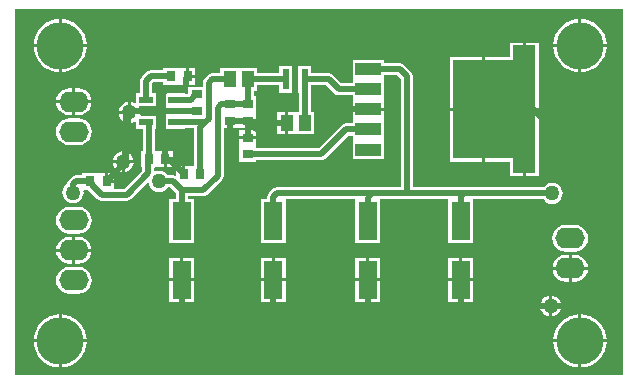
<source format=gtl>
G04*
G04 #@! TF.GenerationSoftware,Altium Limited,Altium Designer,23.3.1 (30)*
G04*
G04 Layer_Physical_Order=1*
G04 Layer_Color=255*
%FSLAX25Y25*%
%MOIN*%
G70*
G04*
G04 #@! TF.SameCoordinates,276AF690-C454-4130-B770-83727FADBF24*
G04*
G04*
G04 #@! TF.FilePolarity,Positive*
G04*
G01*
G75*
%ADD14R,0.03150X0.03543*%
%ADD15R,0.06299X0.12598*%
%ADD16R,0.03543X0.03150*%
%ADD17R,0.02362X0.07087*%
%ADD18R,0.04331X0.05512*%
%ADD19R,0.04528X0.02362*%
%ADD20R,0.20000X0.32795*%
%ADD21R,0.07520X0.42520*%
%ADD22R,0.08504X0.04213*%
%ADD35C,0.02000*%
%ADD36O,0.09843X0.06890*%
%ADD37C,0.15748*%
%ADD38C,0.05000*%
G36*
X530000Y248500D02*
X327500D01*
Y370500D01*
X530000D01*
Y248500D01*
D02*
G37*
%LPC*%
G36*
X516248Y367135D02*
Y358768D01*
X524616D01*
X524494Y360007D01*
X523986Y361680D01*
X523162Y363222D01*
X522053Y364573D01*
X520702Y365682D01*
X519160Y366506D01*
X517488Y367013D01*
X516248Y367135D01*
D02*
G37*
G36*
X515248D02*
X514008Y367013D01*
X512336Y366506D01*
X510794Y365682D01*
X509443Y364573D01*
X508334Y363222D01*
X507510Y361680D01*
X507002Y360007D01*
X506880Y358768D01*
X515248D01*
Y367135D01*
D02*
G37*
G36*
X343020D02*
Y358768D01*
X351387D01*
X351265Y360007D01*
X350758Y361680D01*
X349934Y363222D01*
X348825Y364573D01*
X347474Y365682D01*
X345932Y366506D01*
X344259Y367013D01*
X343020Y367135D01*
D02*
G37*
G36*
X342020D02*
X340780Y367013D01*
X339107Y366506D01*
X337566Y365682D01*
X336214Y364573D01*
X335105Y363222D01*
X334281Y361680D01*
X333774Y360007D01*
X333652Y358768D01*
X342020D01*
Y367135D01*
D02*
G37*
G36*
X382425Y350772D02*
X382063D01*
X381925Y350772D01*
X376913D01*
Y350039D01*
X372672D01*
X372672Y350039D01*
X371891Y349884D01*
X371230Y349442D01*
X369637Y347849D01*
X369195Y347187D01*
X369040Y346407D01*
Y342421D01*
X367815D01*
Y339201D01*
X367367Y338979D01*
X367265Y339057D01*
X366414Y339410D01*
X366000Y339464D01*
Y336500D01*
X368964D01*
X368910Y336914D01*
X368643Y337559D01*
X368917Y338059D01*
X374342D01*
Y342421D01*
X373118D01*
Y345563D01*
X373516Y345961D01*
X376913D01*
Y345228D01*
X381925D01*
X382063Y345228D01*
X382425D01*
X382563Y345228D01*
X384500D01*
Y348000D01*
Y350772D01*
X382563D01*
X382425Y350772D01*
D02*
G37*
G36*
X524616Y357768D02*
X516248D01*
Y349400D01*
X517488Y349522D01*
X519160Y350029D01*
X520702Y350853D01*
X522053Y351962D01*
X523162Y353314D01*
X523986Y354855D01*
X524494Y356528D01*
X524616Y357768D01*
D02*
G37*
G36*
X515248D02*
X506880D01*
X507002Y356528D01*
X507510Y354855D01*
X508334Y353314D01*
X509443Y351962D01*
X510794Y350853D01*
X512336Y350029D01*
X514008Y349522D01*
X515248Y349400D01*
Y357768D01*
D02*
G37*
G36*
X351387D02*
X343020D01*
Y349400D01*
X344259Y349522D01*
X345932Y350029D01*
X347474Y350853D01*
X348825Y351962D01*
X349934Y353314D01*
X350758Y354855D01*
X351265Y356528D01*
X351387Y357768D01*
D02*
G37*
G36*
X342020D02*
X333652D01*
X333774Y356528D01*
X334281Y354855D01*
X335105Y353314D01*
X336214Y351962D01*
X337566Y350853D01*
X339107Y350029D01*
X340780Y349522D01*
X342020Y349400D01*
Y357768D01*
D02*
G37*
G36*
X419882Y351543D02*
X415520D01*
Y349039D01*
X408118D01*
Y350756D01*
X395882D01*
Y349039D01*
X393172D01*
X392391Y348884D01*
X391730Y348442D01*
X391730Y348442D01*
X390558Y347270D01*
X390116Y346609D01*
X389961Y345828D01*
Y344575D01*
X385228D01*
Y342296D01*
X385212Y342279D01*
X384185D01*
Y342421D01*
X377658D01*
Y338059D01*
Y337000D01*
X380921D01*
Y336000D01*
X377658D01*
Y334319D01*
Y330579D01*
X384185D01*
Y330721D01*
X387217D01*
Y318144D01*
X386681D01*
Y318144D01*
X386319D01*
Y318144D01*
X384244D01*
Y315372D01*
X383244D01*
Y318144D01*
X381169D01*
Y315115D01*
X380814Y314925D01*
X380669Y314894D01*
X379941Y315039D01*
X378347D01*
X377996Y315496D01*
X377265Y316057D01*
X376414Y316410D01*
X375500Y316530D01*
X374586Y316410D01*
X374319Y316299D01*
X373904Y316577D01*
Y317375D01*
X374257Y317728D01*
X374925Y317728D01*
X375063Y317728D01*
X377000D01*
Y320500D01*
Y323272D01*
X375063D01*
X374925Y323272D01*
X374527D01*
X374027Y323518D01*
Y330579D01*
X374342D01*
Y334941D01*
X369359D01*
X368957Y335441D01*
X368964Y335500D01*
X366000D01*
Y332536D01*
X366414Y332590D01*
X367265Y332943D01*
X367367Y333021D01*
X367815Y332799D01*
Y330579D01*
X369949D01*
Y323272D01*
X369413D01*
Y317728D01*
X369825D01*
Y316573D01*
X363791Y310539D01*
X360587D01*
Y312500D01*
X358012D01*
Y313000D01*
X357512D01*
Y315772D01*
X355437D01*
X355437Y315772D01*
X355075D01*
Y315772D01*
X354937Y315772D01*
X349925D01*
Y315039D01*
X347739D01*
X346959Y314884D01*
X346297Y314442D01*
X345308Y313453D01*
X344866Y312791D01*
X344731Y312112D01*
X344254Y311746D01*
X343693Y311015D01*
X343340Y310164D01*
X343220Y309250D01*
X343340Y308336D01*
X343693Y307485D01*
X344254Y306754D01*
X344985Y306193D01*
X345836Y305840D01*
X346750Y305720D01*
X347664Y305840D01*
X348515Y306193D01*
X349246Y306754D01*
X349807Y307485D01*
X350160Y308336D01*
X350280Y309250D01*
X350217Y309728D01*
X350656Y310228D01*
X351725D01*
X354895Y307058D01*
X355557Y306616D01*
X356337Y306461D01*
X364636D01*
X365416Y306616D01*
X366078Y307058D01*
X371576Y312556D01*
X372049Y312395D01*
X372090Y312086D01*
X372443Y311235D01*
X373004Y310504D01*
X373735Y309943D01*
X374586Y309590D01*
X375500Y309470D01*
X376414Y309590D01*
X377265Y309943D01*
X377996Y310504D01*
X378347Y310961D01*
X379097D01*
X380961Y309097D01*
Y307142D01*
X378850D01*
Y292543D01*
X387150D01*
Y307142D01*
X385039D01*
Y307961D01*
X390059D01*
X390839Y308116D01*
X391501Y308558D01*
X396442Y313499D01*
X396442Y313499D01*
X396884Y314161D01*
X397039Y314941D01*
Y330669D01*
X398500D01*
Y333244D01*
X399500D01*
Y330669D01*
X401728D01*
X401772Y330669D01*
X402228Y330669D01*
X402272Y330669D01*
X404500D01*
Y333244D01*
X405000D01*
Y333744D01*
X407772D01*
Y335681D01*
X407772Y335819D01*
Y336181D01*
X407772Y336319D01*
Y341331D01*
X407016D01*
Y343244D01*
X408118D01*
Y344961D01*
X415520D01*
Y342457D01*
X419882D01*
Y351543D01*
D02*
G37*
G36*
X385500Y350772D02*
Y348500D01*
X387575D01*
Y350772D01*
X385500D01*
D02*
G37*
G36*
X450484Y353492D02*
X439980D01*
Y347299D01*
X439980Y347280D01*
Y346799D01*
X439980Y346779D01*
Y345732D01*
X436132D01*
X433422Y348442D01*
X432761Y348884D01*
X431980Y349039D01*
X426181D01*
Y351543D01*
X421819D01*
Y342457D01*
X421937D01*
Y336256D01*
X418547D01*
Y332500D01*
Y328744D01*
X427118D01*
Y336256D01*
X426016D01*
Y342457D01*
X426181D01*
Y344961D01*
X431136D01*
X433846Y342251D01*
X434507Y341809D01*
X435287Y341654D01*
X439980D01*
Y340606D01*
X439980Y340587D01*
Y340106D01*
X439980Y340087D01*
Y337500D01*
X445232D01*
X450484D01*
Y340087D01*
X450484Y340106D01*
Y340587D01*
X450484Y340606D01*
Y346779D01*
X450484Y346799D01*
Y347280D01*
X450484Y347299D01*
Y348347D01*
X454770D01*
X455961Y347155D01*
Y311039D01*
X414672D01*
X413891Y310884D01*
X413230Y310442D01*
X413230Y310442D01*
X412058Y309270D01*
X411616Y308609D01*
X411461Y307828D01*
Y307142D01*
X409350D01*
Y292543D01*
X417650D01*
Y306961D01*
X440850D01*
Y292543D01*
X449150D01*
Y306961D01*
X458500D01*
X458500Y306961D01*
X458500Y306961D01*
X471850D01*
Y292543D01*
X480150D01*
Y306961D01*
X503653D01*
X504004Y306504D01*
X504735Y305943D01*
X505586Y305590D01*
X506500Y305470D01*
X507414Y305590D01*
X508265Y305943D01*
X508996Y306504D01*
X509557Y307235D01*
X509910Y308086D01*
X510030Y309000D01*
X509910Y309914D01*
X509557Y310765D01*
X508996Y311496D01*
X508265Y312057D01*
X507414Y312410D01*
X506500Y312530D01*
X505586Y312410D01*
X504735Y312057D01*
X504004Y311496D01*
X503653Y311039D01*
X460039D01*
Y348000D01*
X459884Y348780D01*
X459442Y349442D01*
X457056Y351828D01*
X456394Y352270D01*
X455614Y352425D01*
X450484D01*
Y353492D01*
D02*
G37*
G36*
X387575Y347500D02*
X385500D01*
Y345228D01*
X387575D01*
Y347500D01*
D02*
G37*
G36*
X348476Y343983D02*
X347500D01*
Y340000D01*
X352894D01*
X352807Y340660D01*
X352359Y341742D01*
X351646Y342670D01*
X350718Y343383D01*
X349637Y343830D01*
X348476Y343983D01*
D02*
G37*
G36*
X346500D02*
X345524D01*
X344363Y343830D01*
X343282Y343383D01*
X342354Y342670D01*
X341641Y341742D01*
X341193Y340660D01*
X341106Y340000D01*
X346500D01*
Y343983D01*
D02*
G37*
G36*
X502020Y359260D02*
X497760D01*
Y337500D01*
X502020D01*
Y359260D01*
D02*
G37*
G36*
X483000Y354398D02*
X472500D01*
Y337500D01*
X483000D01*
Y354398D01*
D02*
G37*
G36*
X365000Y339464D02*
X364586Y339410D01*
X363735Y339057D01*
X363004Y338496D01*
X362443Y337765D01*
X362090Y336914D01*
X362036Y336500D01*
X365000D01*
Y339464D01*
D02*
G37*
G36*
X352894Y339000D02*
X347500D01*
Y335017D01*
X348476D01*
X349637Y335170D01*
X350718Y335617D01*
X351646Y336330D01*
X352359Y337258D01*
X352807Y338340D01*
X352894Y339000D01*
D02*
G37*
G36*
X346500D02*
X341106D01*
X341193Y338340D01*
X341641Y337258D01*
X342354Y336330D01*
X343282Y335617D01*
X344363Y335170D01*
X345524Y335017D01*
X346500D01*
Y339000D01*
D02*
G37*
G36*
X417547Y336256D02*
X414882D01*
Y333000D01*
X417547D01*
Y336256D01*
D02*
G37*
G36*
X365000Y335500D02*
X362036D01*
X362090Y335086D01*
X362443Y334235D01*
X363004Y333504D01*
X363735Y332943D01*
X364586Y332590D01*
X365000Y332536D01*
Y335500D01*
D02*
G37*
G36*
X407772Y332744D02*
X405500D01*
Y330669D01*
X407772D01*
Y332744D01*
D02*
G37*
G36*
X417547Y332000D02*
X414882D01*
Y328744D01*
X417547D01*
Y332000D01*
D02*
G37*
G36*
X407772Y330075D02*
X405500D01*
Y328000D01*
X407772D01*
Y330075D01*
D02*
G37*
G36*
X404500D02*
X402228D01*
Y328000D01*
X404500D01*
Y330075D01*
D02*
G37*
G36*
X348476Y333983D02*
X345524D01*
X344363Y333830D01*
X343282Y333383D01*
X342354Y332670D01*
X341641Y331742D01*
X341193Y330660D01*
X341040Y329500D01*
X341193Y328340D01*
X341641Y327258D01*
X342354Y326330D01*
X343282Y325617D01*
X344363Y325169D01*
X345524Y325017D01*
X348476D01*
X349637Y325169D01*
X350718Y325617D01*
X351646Y326330D01*
X352359Y327258D01*
X352807Y328340D01*
X352960Y329500D01*
X352807Y330660D01*
X352359Y331742D01*
X351646Y332670D01*
X350718Y333383D01*
X349637Y333830D01*
X348476Y333983D01*
D02*
G37*
G36*
X378000Y323272D02*
Y321000D01*
X380075D01*
Y323272D01*
X378000D01*
D02*
G37*
G36*
X450484Y336500D02*
X445232D01*
X439980D01*
Y333913D01*
X439980Y333894D01*
Y333413D01*
X439980Y333394D01*
Y332346D01*
X437807D01*
X437027Y332191D01*
X436365Y331749D01*
X428644Y324027D01*
X408125D01*
X407772Y324381D01*
X407772Y324925D01*
X407772Y325063D01*
Y327000D01*
X402228D01*
Y325063D01*
X402228Y324925D01*
Y324563D01*
X402228Y324425D01*
Y319413D01*
X407772D01*
Y319949D01*
X429488D01*
X430268Y320104D01*
X430930Y320546D01*
X438652Y328268D01*
X439980D01*
Y327221D01*
X439980Y327201D01*
Y326720D01*
X439980Y326701D01*
Y320508D01*
X450484D01*
Y326701D01*
X450484Y326720D01*
Y327201D01*
X450484Y327221D01*
Y333394D01*
X450484Y333413D01*
Y333894D01*
X450484Y333913D01*
Y336500D01*
D02*
G37*
G36*
X364000Y322964D02*
Y320000D01*
X366964D01*
X366910Y320414D01*
X366557Y321265D01*
X365996Y321996D01*
X365265Y322557D01*
X364414Y322910D01*
X364000Y322964D01*
D02*
G37*
G36*
X363000D02*
X362586Y322910D01*
X361735Y322557D01*
X361004Y321996D01*
X360443Y321265D01*
X360090Y320414D01*
X360036Y320000D01*
X363000D01*
Y322964D01*
D02*
G37*
G36*
X483000Y336500D02*
X472500D01*
Y319602D01*
X483000D01*
Y336500D01*
D02*
G37*
G36*
X380075Y320000D02*
X378000D01*
Y317728D01*
X380075D01*
Y320000D01*
D02*
G37*
G36*
X366964Y319000D02*
X364000D01*
Y316036D01*
X364414Y316090D01*
X365265Y316443D01*
X365996Y317004D01*
X366557Y317735D01*
X366910Y318586D01*
X366964Y319000D01*
D02*
G37*
G36*
X363000D02*
X360036D01*
X360090Y318586D01*
X360443Y317735D01*
X361004Y317004D01*
X361735Y316443D01*
X362586Y316090D01*
X363000Y316036D01*
Y319000D01*
D02*
G37*
G36*
X502020Y336500D02*
X497760D01*
Y314740D01*
X502020D01*
Y336500D01*
D02*
G37*
G36*
X496760Y359260D02*
X492500D01*
Y354398D01*
X484000D01*
Y337000D01*
Y319602D01*
X492500D01*
Y314740D01*
X496760D01*
Y337000D01*
Y359260D01*
D02*
G37*
G36*
X360587Y315772D02*
X358512D01*
Y313500D01*
X360587D01*
Y315772D01*
D02*
G37*
G36*
X348476Y304483D02*
X345524D01*
X344363Y304330D01*
X343282Y303883D01*
X342354Y303170D01*
X341641Y302242D01*
X341193Y301160D01*
X341040Y300000D01*
X341193Y298840D01*
X341641Y297758D01*
X342354Y296830D01*
X343282Y296117D01*
X344363Y295670D01*
X345524Y295517D01*
X348476D01*
X349637Y295670D01*
X350718Y296117D01*
X351646Y296830D01*
X352359Y297758D01*
X352807Y298840D01*
X352960Y300000D01*
X352807Y301160D01*
X352359Y302242D01*
X351646Y303170D01*
X350718Y303883D01*
X349637Y304330D01*
X348476Y304483D01*
D02*
G37*
G36*
Y294483D02*
X347500D01*
Y290500D01*
X352894D01*
X352807Y291160D01*
X352359Y292242D01*
X351646Y293170D01*
X350718Y293883D01*
X349637Y294331D01*
X348476Y294483D01*
D02*
G37*
G36*
X346500D02*
X345524D01*
X344363Y294331D01*
X343282Y293883D01*
X342354Y293170D01*
X341641Y292242D01*
X341193Y291160D01*
X341106Y290500D01*
X346500D01*
Y294483D01*
D02*
G37*
G36*
X513976Y298483D02*
X511024D01*
X509863Y298330D01*
X508782Y297883D01*
X507854Y297170D01*
X507141Y296242D01*
X506693Y295160D01*
X506540Y294000D01*
X506693Y292840D01*
X507141Y291758D01*
X507854Y290830D01*
X508782Y290117D01*
X509863Y289669D01*
X511024Y289517D01*
X513976D01*
X515137Y289669D01*
X516218Y290117D01*
X517146Y290830D01*
X517859Y291758D01*
X518307Y292840D01*
X518460Y294000D01*
X518307Y295160D01*
X517859Y296242D01*
X517146Y297170D01*
X516218Y297883D01*
X515137Y298330D01*
X513976Y298483D01*
D02*
G37*
G36*
X352894Y289500D02*
X347500D01*
Y285517D01*
X348476D01*
X349637Y285669D01*
X350718Y286117D01*
X351646Y286830D01*
X352359Y287758D01*
X352807Y288840D01*
X352894Y289500D01*
D02*
G37*
G36*
X346500D02*
X341106D01*
X341193Y288840D01*
X341641Y287758D01*
X342354Y286830D01*
X343282Y286117D01*
X344363Y285669D01*
X345524Y285517D01*
X346500D01*
Y289500D01*
D02*
G37*
G36*
X513976Y288483D02*
X513000D01*
Y284500D01*
X518394D01*
X518307Y285160D01*
X517859Y286242D01*
X517146Y287170D01*
X516218Y287883D01*
X515137Y288331D01*
X513976Y288483D01*
D02*
G37*
G36*
X512000D02*
X511024D01*
X509863Y288331D01*
X508782Y287883D01*
X507854Y287170D01*
X507141Y286242D01*
X506693Y285160D01*
X506606Y284500D01*
X512000D01*
Y288483D01*
D02*
G37*
G36*
X480150Y287457D02*
X476500D01*
Y280658D01*
X480150D01*
Y287457D01*
D02*
G37*
G36*
X475500D02*
X471850D01*
Y280658D01*
X475500D01*
Y287457D01*
D02*
G37*
G36*
X449150D02*
X445500D01*
Y280658D01*
X449150D01*
Y287457D01*
D02*
G37*
G36*
X444500D02*
X440850D01*
Y280658D01*
X444500D01*
Y287457D01*
D02*
G37*
G36*
X417650D02*
X414000D01*
Y280658D01*
X417650D01*
Y287457D01*
D02*
G37*
G36*
X413000D02*
X409350D01*
Y280658D01*
X413000D01*
Y287457D01*
D02*
G37*
G36*
X387150D02*
X383500D01*
Y280658D01*
X387150D01*
Y287457D01*
D02*
G37*
G36*
X382500D02*
X378850D01*
Y280658D01*
X382500D01*
Y287457D01*
D02*
G37*
G36*
X518394Y283500D02*
X513000D01*
Y279517D01*
X513976D01*
X515137Y279669D01*
X516218Y280117D01*
X517146Y280830D01*
X517859Y281758D01*
X518307Y282840D01*
X518394Y283500D01*
D02*
G37*
G36*
X512000D02*
X506606D01*
X506693Y282840D01*
X507141Y281758D01*
X507854Y280830D01*
X508782Y280117D01*
X509863Y279669D01*
X511024Y279517D01*
X512000D01*
Y283500D01*
D02*
G37*
G36*
X348476Y284483D02*
X345524D01*
X344363Y284331D01*
X343282Y283883D01*
X342354Y283170D01*
X341641Y282242D01*
X341193Y281160D01*
X341040Y280000D01*
X341193Y278840D01*
X341641Y277758D01*
X342354Y276830D01*
X343282Y276117D01*
X344363Y275670D01*
X345524Y275517D01*
X348476D01*
X349637Y275670D01*
X350718Y276117D01*
X351646Y276830D01*
X352359Y277758D01*
X352807Y278840D01*
X352960Y280000D01*
X352807Y281160D01*
X352359Y282242D01*
X351646Y283170D01*
X350718Y283883D01*
X349637Y284331D01*
X348476Y284483D01*
D02*
G37*
G36*
X480150Y279658D02*
X476500D01*
Y272858D01*
X480150D01*
Y279658D01*
D02*
G37*
G36*
X475500D02*
X471850D01*
Y272858D01*
X475500D01*
Y279658D01*
D02*
G37*
G36*
X449150D02*
X445500D01*
Y272858D01*
X449150D01*
Y279658D01*
D02*
G37*
G36*
X444500D02*
X440850D01*
Y272858D01*
X444500D01*
Y279658D01*
D02*
G37*
G36*
X417650D02*
X414000D01*
Y272858D01*
X417650D01*
Y279658D01*
D02*
G37*
G36*
X413000D02*
X409350D01*
Y272858D01*
X413000D01*
Y279658D01*
D02*
G37*
G36*
X387150D02*
X383500D01*
Y272858D01*
X387150D01*
Y279658D01*
D02*
G37*
G36*
X382500D02*
X378850D01*
Y272858D01*
X382500D01*
Y279658D01*
D02*
G37*
G36*
X506500Y274964D02*
Y272000D01*
X509464D01*
X509410Y272414D01*
X509057Y273265D01*
X508496Y273996D01*
X507765Y274557D01*
X506914Y274910D01*
X506500Y274964D01*
D02*
G37*
G36*
X505500D02*
X505086Y274910D01*
X504235Y274557D01*
X503504Y273996D01*
X502943Y273265D01*
X502590Y272414D01*
X502536Y272000D01*
X505500D01*
Y274964D01*
D02*
G37*
G36*
X509464Y271000D02*
X506500D01*
Y268036D01*
X506914Y268090D01*
X507765Y268443D01*
X508496Y269004D01*
X509057Y269735D01*
X509410Y270586D01*
X509464Y271000D01*
D02*
G37*
G36*
X505500D02*
X502536D01*
X502590Y270586D01*
X502943Y269735D01*
X503504Y269004D01*
X504235Y268443D01*
X505086Y268090D01*
X505500Y268036D01*
Y271000D01*
D02*
G37*
G36*
X516248Y268710D02*
Y260343D01*
X524616D01*
X524494Y261582D01*
X523986Y263255D01*
X523162Y264796D01*
X522053Y266148D01*
X520702Y267257D01*
X519160Y268081D01*
X517488Y268588D01*
X516248Y268710D01*
D02*
G37*
G36*
X515248D02*
X514008Y268588D01*
X512336Y268081D01*
X510794Y267257D01*
X509443Y266148D01*
X508334Y264796D01*
X507510Y263255D01*
X507002Y261582D01*
X506880Y260343D01*
X515248D01*
Y268710D01*
D02*
G37*
G36*
X343020D02*
Y260343D01*
X351387D01*
X351265Y261582D01*
X350758Y263255D01*
X349934Y264796D01*
X348825Y266148D01*
X347474Y267257D01*
X345932Y268081D01*
X344259Y268588D01*
X343020Y268710D01*
D02*
G37*
G36*
X342020D02*
X340780Y268588D01*
X339107Y268081D01*
X337566Y267257D01*
X336214Y266148D01*
X335105Y264796D01*
X334281Y263255D01*
X333774Y261582D01*
X333652Y260343D01*
X342020D01*
Y268710D01*
D02*
G37*
G36*
X524616Y259343D02*
X516248D01*
Y250975D01*
X517488Y251097D01*
X519160Y251604D01*
X520702Y252428D01*
X522053Y253537D01*
X523162Y254889D01*
X523986Y256430D01*
X524494Y258103D01*
X524616Y259343D01*
D02*
G37*
G36*
X515248D02*
X506880D01*
X507002Y258103D01*
X507510Y256430D01*
X508334Y254889D01*
X509443Y253537D01*
X510794Y252428D01*
X512336Y251604D01*
X514008Y251097D01*
X515248Y250975D01*
Y259343D01*
D02*
G37*
G36*
X351387D02*
X343020D01*
Y250975D01*
X344259Y251097D01*
X345932Y251604D01*
X347474Y252428D01*
X348825Y253537D01*
X349934Y254889D01*
X350758Y256430D01*
X351265Y258103D01*
X351387Y259343D01*
D02*
G37*
G36*
X342020D02*
X333652D01*
X333774Y258103D01*
X334281Y256430D01*
X335105Y254889D01*
X336214Y253537D01*
X337566Y252428D01*
X339107Y251604D01*
X340780Y251097D01*
X342020Y250975D01*
Y259343D01*
D02*
G37*
%LPD*%
D14*
X358012Y313000D02*
D03*
X352500D02*
D03*
X371988Y320500D02*
D03*
X377500D02*
D03*
X383744Y315372D02*
D03*
X389256D02*
D03*
X385000Y348000D02*
D03*
X379488D02*
D03*
D15*
X413500Y280157D02*
D03*
Y299843D02*
D03*
X445000Y280157D02*
D03*
Y299843D02*
D03*
X476000Y280157D02*
D03*
Y299843D02*
D03*
X383000Y280157D02*
D03*
Y299843D02*
D03*
D16*
X399000Y333244D02*
D03*
Y338756D02*
D03*
X388000Y342000D02*
D03*
Y336488D02*
D03*
X405000Y327500D02*
D03*
Y321988D02*
D03*
X405000Y338756D02*
D03*
Y333244D02*
D03*
D17*
X424000Y347000D02*
D03*
X417701D02*
D03*
D18*
X399047Y347000D02*
D03*
X404953D02*
D03*
X423953Y332500D02*
D03*
X418047D02*
D03*
D19*
X371079Y332760D02*
D03*
Y340240D02*
D03*
X380921D02*
D03*
Y336500D02*
D03*
Y332760D02*
D03*
D20*
X483500Y337000D02*
D03*
D21*
X497260D02*
D03*
D22*
X445232Y323614D02*
D03*
Y330307D02*
D03*
Y337000D02*
D03*
Y343693D02*
D03*
Y350386D02*
D03*
D35*
X379941Y313000D02*
X382941Y310000D01*
X383000D01*
X375500Y313000D02*
X379941D01*
X371864Y315728D02*
Y320376D01*
X364636Y308500D02*
X371864Y315728D01*
X356337Y308500D02*
X364636D01*
X353075Y311762D02*
X356337Y308500D01*
X364315Y319500D02*
X364500Y319685D01*
X363500Y319500D02*
X364315D01*
X371864Y320376D02*
X371988Y320500D01*
X353075Y311762D02*
Y312425D01*
X352500Y313000D02*
X353075Y312425D01*
X371807Y332760D02*
X371988Y332579D01*
X371079Y332760D02*
X371807D01*
X371988Y320500D02*
Y332579D01*
X346750Y309250D02*
Y312011D01*
X364500Y319685D02*
Y335328D01*
X358012Y313000D02*
Y313197D01*
X364500Y319685D01*
X395000Y314941D02*
Y337584D01*
X390059Y310000D02*
X395000Y314941D01*
Y337584D02*
X396172Y338756D01*
X390828Y332760D02*
X392000Y333931D01*
Y345828D01*
X396172Y338756D02*
X399000D01*
X392000Y345828D02*
X393172Y347000D01*
X380921Y332760D02*
X390828D01*
X389256Y315372D02*
Y331187D01*
X390828Y332760D01*
X475500Y271500D02*
X517500D01*
X522500Y276500D01*
X497260Y337000D02*
X500000D01*
X483500D02*
X497260D01*
X522500Y276500D02*
Y314500D01*
X500000Y337000D02*
X522500Y314500D01*
X477172Y309000D02*
X506500D01*
X405000Y330372D02*
X407128Y332500D01*
X406534Y331907D02*
X412441Y326000D01*
X405197Y333244D02*
X406534Y331907D01*
X405000Y333244D02*
X405197D01*
X412441Y326000D02*
X427500D01*
X438500Y337000D02*
X445232D01*
X427500Y326000D02*
X438500Y337000D01*
X405000Y321988D02*
X429488D01*
X437807Y330307D02*
X445232D01*
X429488Y321988D02*
X437807Y330307D01*
X377500Y320500D02*
Y327598D01*
Y320303D02*
Y320500D01*
X375500Y329598D02*
X377500Y327598D01*
X375500Y329598D02*
Y336500D01*
X383744Y315372D02*
Y315569D01*
X379585Y319728D02*
X383744Y315569D01*
X378075Y319728D02*
X379585D01*
X377500Y320303D02*
X378075Y319728D01*
X398836Y271500D02*
X413500D01*
X384172D02*
X398836D01*
X399000Y271664D02*
Y333244D01*
X398836Y271500D02*
X399000Y271664D01*
X413500Y271500D02*
X445000D01*
X413500D02*
Y280157D01*
X445000Y271500D02*
X475500D01*
X445000D02*
Y280157D01*
X476000Y272000D02*
Y280157D01*
X475500Y271500D02*
X476000Y272000D01*
X383000Y272672D02*
Y280157D01*
Y272672D02*
X384172Y271500D01*
X347739Y313000D02*
X352500D01*
X346750Y312011D02*
X347739Y313000D01*
X378636Y344228D02*
X383828D01*
X384506Y347505D02*
X385000Y348000D01*
X384506Y344905D02*
Y347505D01*
X383828Y344228D02*
X384506Y344905D01*
X380921Y340240D02*
X386057D01*
X387228Y341412D01*
Y341425D01*
X387803Y342000D01*
X388000D01*
X387425Y341425D02*
X388000Y342000D01*
X375500Y336500D02*
X380921D01*
X365672D02*
X375500D01*
Y341092D02*
X378636Y344228D01*
X375500Y336500D02*
Y341092D01*
X372672Y348000D02*
X379488D01*
X371079Y340240D02*
Y346407D01*
X372672Y348000D01*
X380921Y336500D02*
X380927Y336494D01*
X387994D01*
X388000Y336488D01*
X383000Y310000D02*
X390059D01*
X393172Y347000D02*
X399047D01*
X405000Y330372D02*
Y333244D01*
Y327500D02*
Y330372D01*
X407128Y332500D02*
X418047D01*
X399000Y333244D02*
X399000Y333244D01*
X405000D01*
X405000Y333244D02*
X405000Y333244D01*
X399000Y338756D02*
X405000D01*
X399000Y338756D02*
X399000Y338756D01*
X404976Y338779D02*
X405000Y338756D01*
X404976Y338779D02*
Y346976D01*
X404953Y347000D02*
X404976Y346976D01*
X417701Y347000D02*
X417701Y347000D01*
X404953Y347000D02*
X417701D01*
X423953Y332500D02*
X423976Y332524D01*
Y346976D01*
X424000Y347000D01*
X458500Y309000D02*
X477172D01*
X446500D02*
X458500D01*
X458000Y309500D02*
Y348000D01*
Y309500D02*
X458500Y309000D01*
X455614Y350386D02*
X458000Y348000D01*
X445232Y350386D02*
X455614D01*
X424000Y347000D02*
X431980D01*
X435287Y343693D01*
X445232D01*
X383000Y299843D02*
Y310000D01*
X413500Y299843D02*
Y307828D01*
X414672Y309000D01*
X446500D01*
X445000Y307500D02*
X446500Y309000D01*
X445000Y299843D02*
Y307500D01*
X476000Y299843D02*
X476142Y299984D01*
Y307970D01*
X477172Y309000D01*
D36*
X347000Y339500D02*
D03*
Y329500D02*
D03*
Y300000D02*
D03*
Y290000D02*
D03*
Y280000D02*
D03*
X512500Y284000D02*
D03*
Y294000D02*
D03*
D37*
X342520Y358268D02*
D03*
X515748D02*
D03*
X342520Y259842D02*
D03*
X515748D02*
D03*
D38*
X375500Y313000D02*
D03*
X363500Y319500D02*
D03*
X506500Y309000D02*
D03*
X365500Y336000D02*
D03*
X506000Y271500D02*
D03*
X346750Y309250D02*
D03*
M02*

</source>
